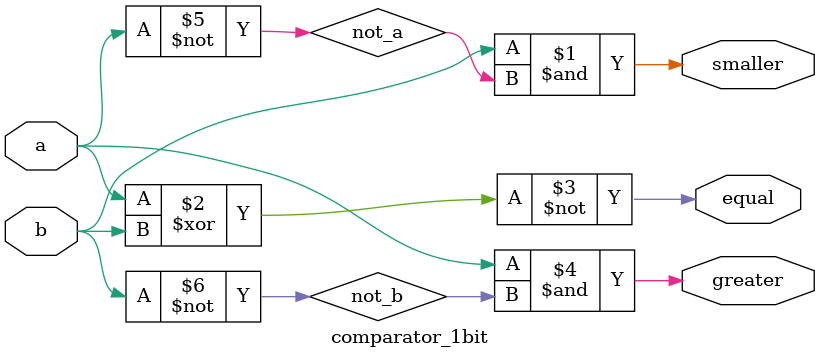
<source format=v>
module comparator_1bit(
	input a,
	input b,
	output smaller,
	output equal,
	output greater
	);
	
	wire not_a;
	wire not_b;
	
	not NOT1 (not_a, a);
	not NOT2 (not_b, b);
	
	and  AND1  (smaller, b, not_a);
	xnor NXOR1 (equal, a, b);
	and  AND2  (greater, a, not_b);
	
endmodule
	
</source>
